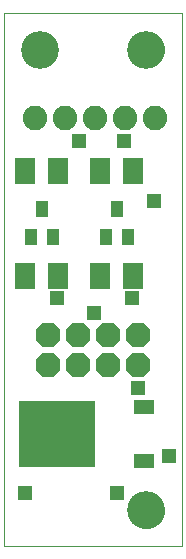
<source format=gts>
G75*
%MOIN*%
%OFA0B0*%
%FSLAX25Y25*%
%IPPOS*%
%LPD*%
%AMOC8*
5,1,8,0,0,1.08239X$1,22.5*
%
%ADD10C,0.00000*%
%ADD11C,0.12611*%
%ADD12OC8,0.08200*%
%ADD13C,0.08200*%
%ADD14R,0.04343X0.05524*%
%ADD15R,0.07099X0.08674*%
%ADD16R,0.07099X0.04737*%
%ADD17R,0.25209X0.22060*%
%ADD18R,0.04762X0.04762*%
D10*
X0001800Y0010051D02*
X0001800Y0187591D01*
X0060855Y0187591D01*
X0060855Y0010051D01*
X0001800Y0010051D01*
X0043138Y0021862D02*
X0043140Y0022015D01*
X0043146Y0022169D01*
X0043156Y0022322D01*
X0043170Y0022474D01*
X0043188Y0022627D01*
X0043210Y0022778D01*
X0043235Y0022929D01*
X0043265Y0023080D01*
X0043299Y0023230D01*
X0043336Y0023378D01*
X0043377Y0023526D01*
X0043422Y0023672D01*
X0043471Y0023818D01*
X0043524Y0023962D01*
X0043580Y0024104D01*
X0043640Y0024245D01*
X0043704Y0024385D01*
X0043771Y0024523D01*
X0043842Y0024659D01*
X0043917Y0024793D01*
X0043994Y0024925D01*
X0044076Y0025055D01*
X0044160Y0025183D01*
X0044248Y0025309D01*
X0044339Y0025432D01*
X0044433Y0025553D01*
X0044531Y0025671D01*
X0044631Y0025787D01*
X0044735Y0025900D01*
X0044841Y0026011D01*
X0044950Y0026119D01*
X0045062Y0026224D01*
X0045176Y0026325D01*
X0045294Y0026424D01*
X0045413Y0026520D01*
X0045535Y0026613D01*
X0045660Y0026702D01*
X0045787Y0026789D01*
X0045916Y0026871D01*
X0046047Y0026951D01*
X0046180Y0027027D01*
X0046315Y0027100D01*
X0046452Y0027169D01*
X0046591Y0027234D01*
X0046731Y0027296D01*
X0046873Y0027354D01*
X0047016Y0027409D01*
X0047161Y0027460D01*
X0047307Y0027507D01*
X0047454Y0027550D01*
X0047602Y0027589D01*
X0047751Y0027625D01*
X0047901Y0027656D01*
X0048052Y0027684D01*
X0048203Y0027708D01*
X0048356Y0027728D01*
X0048508Y0027744D01*
X0048661Y0027756D01*
X0048814Y0027764D01*
X0048967Y0027768D01*
X0049121Y0027768D01*
X0049274Y0027764D01*
X0049427Y0027756D01*
X0049580Y0027744D01*
X0049732Y0027728D01*
X0049885Y0027708D01*
X0050036Y0027684D01*
X0050187Y0027656D01*
X0050337Y0027625D01*
X0050486Y0027589D01*
X0050634Y0027550D01*
X0050781Y0027507D01*
X0050927Y0027460D01*
X0051072Y0027409D01*
X0051215Y0027354D01*
X0051357Y0027296D01*
X0051497Y0027234D01*
X0051636Y0027169D01*
X0051773Y0027100D01*
X0051908Y0027027D01*
X0052041Y0026951D01*
X0052172Y0026871D01*
X0052301Y0026789D01*
X0052428Y0026702D01*
X0052553Y0026613D01*
X0052675Y0026520D01*
X0052794Y0026424D01*
X0052912Y0026325D01*
X0053026Y0026224D01*
X0053138Y0026119D01*
X0053247Y0026011D01*
X0053353Y0025900D01*
X0053457Y0025787D01*
X0053557Y0025671D01*
X0053655Y0025553D01*
X0053749Y0025432D01*
X0053840Y0025309D01*
X0053928Y0025183D01*
X0054012Y0025055D01*
X0054094Y0024925D01*
X0054171Y0024793D01*
X0054246Y0024659D01*
X0054317Y0024523D01*
X0054384Y0024385D01*
X0054448Y0024245D01*
X0054508Y0024104D01*
X0054564Y0023962D01*
X0054617Y0023818D01*
X0054666Y0023672D01*
X0054711Y0023526D01*
X0054752Y0023378D01*
X0054789Y0023230D01*
X0054823Y0023080D01*
X0054853Y0022929D01*
X0054878Y0022778D01*
X0054900Y0022627D01*
X0054918Y0022474D01*
X0054932Y0022322D01*
X0054942Y0022169D01*
X0054948Y0022015D01*
X0054950Y0021862D01*
X0054948Y0021709D01*
X0054942Y0021555D01*
X0054932Y0021402D01*
X0054918Y0021250D01*
X0054900Y0021097D01*
X0054878Y0020946D01*
X0054853Y0020795D01*
X0054823Y0020644D01*
X0054789Y0020494D01*
X0054752Y0020346D01*
X0054711Y0020198D01*
X0054666Y0020052D01*
X0054617Y0019906D01*
X0054564Y0019762D01*
X0054508Y0019620D01*
X0054448Y0019479D01*
X0054384Y0019339D01*
X0054317Y0019201D01*
X0054246Y0019065D01*
X0054171Y0018931D01*
X0054094Y0018799D01*
X0054012Y0018669D01*
X0053928Y0018541D01*
X0053840Y0018415D01*
X0053749Y0018292D01*
X0053655Y0018171D01*
X0053557Y0018053D01*
X0053457Y0017937D01*
X0053353Y0017824D01*
X0053247Y0017713D01*
X0053138Y0017605D01*
X0053026Y0017500D01*
X0052912Y0017399D01*
X0052794Y0017300D01*
X0052675Y0017204D01*
X0052553Y0017111D01*
X0052428Y0017022D01*
X0052301Y0016935D01*
X0052172Y0016853D01*
X0052041Y0016773D01*
X0051908Y0016697D01*
X0051773Y0016624D01*
X0051636Y0016555D01*
X0051497Y0016490D01*
X0051357Y0016428D01*
X0051215Y0016370D01*
X0051072Y0016315D01*
X0050927Y0016264D01*
X0050781Y0016217D01*
X0050634Y0016174D01*
X0050486Y0016135D01*
X0050337Y0016099D01*
X0050187Y0016068D01*
X0050036Y0016040D01*
X0049885Y0016016D01*
X0049732Y0015996D01*
X0049580Y0015980D01*
X0049427Y0015968D01*
X0049274Y0015960D01*
X0049121Y0015956D01*
X0048967Y0015956D01*
X0048814Y0015960D01*
X0048661Y0015968D01*
X0048508Y0015980D01*
X0048356Y0015996D01*
X0048203Y0016016D01*
X0048052Y0016040D01*
X0047901Y0016068D01*
X0047751Y0016099D01*
X0047602Y0016135D01*
X0047454Y0016174D01*
X0047307Y0016217D01*
X0047161Y0016264D01*
X0047016Y0016315D01*
X0046873Y0016370D01*
X0046731Y0016428D01*
X0046591Y0016490D01*
X0046452Y0016555D01*
X0046315Y0016624D01*
X0046180Y0016697D01*
X0046047Y0016773D01*
X0045916Y0016853D01*
X0045787Y0016935D01*
X0045660Y0017022D01*
X0045535Y0017111D01*
X0045413Y0017204D01*
X0045294Y0017300D01*
X0045176Y0017399D01*
X0045062Y0017500D01*
X0044950Y0017605D01*
X0044841Y0017713D01*
X0044735Y0017824D01*
X0044631Y0017937D01*
X0044531Y0018053D01*
X0044433Y0018171D01*
X0044339Y0018292D01*
X0044248Y0018415D01*
X0044160Y0018541D01*
X0044076Y0018669D01*
X0043994Y0018799D01*
X0043917Y0018931D01*
X0043842Y0019065D01*
X0043771Y0019201D01*
X0043704Y0019339D01*
X0043640Y0019479D01*
X0043580Y0019620D01*
X0043524Y0019762D01*
X0043471Y0019906D01*
X0043422Y0020052D01*
X0043377Y0020198D01*
X0043336Y0020346D01*
X0043299Y0020494D01*
X0043265Y0020644D01*
X0043235Y0020795D01*
X0043210Y0020946D01*
X0043188Y0021097D01*
X0043170Y0021250D01*
X0043156Y0021402D01*
X0043146Y0021555D01*
X0043140Y0021709D01*
X0043138Y0021862D01*
X0043138Y0175406D02*
X0043140Y0175559D01*
X0043146Y0175713D01*
X0043156Y0175866D01*
X0043170Y0176018D01*
X0043188Y0176171D01*
X0043210Y0176322D01*
X0043235Y0176473D01*
X0043265Y0176624D01*
X0043299Y0176774D01*
X0043336Y0176922D01*
X0043377Y0177070D01*
X0043422Y0177216D01*
X0043471Y0177362D01*
X0043524Y0177506D01*
X0043580Y0177648D01*
X0043640Y0177789D01*
X0043704Y0177929D01*
X0043771Y0178067D01*
X0043842Y0178203D01*
X0043917Y0178337D01*
X0043994Y0178469D01*
X0044076Y0178599D01*
X0044160Y0178727D01*
X0044248Y0178853D01*
X0044339Y0178976D01*
X0044433Y0179097D01*
X0044531Y0179215D01*
X0044631Y0179331D01*
X0044735Y0179444D01*
X0044841Y0179555D01*
X0044950Y0179663D01*
X0045062Y0179768D01*
X0045176Y0179869D01*
X0045294Y0179968D01*
X0045413Y0180064D01*
X0045535Y0180157D01*
X0045660Y0180246D01*
X0045787Y0180333D01*
X0045916Y0180415D01*
X0046047Y0180495D01*
X0046180Y0180571D01*
X0046315Y0180644D01*
X0046452Y0180713D01*
X0046591Y0180778D01*
X0046731Y0180840D01*
X0046873Y0180898D01*
X0047016Y0180953D01*
X0047161Y0181004D01*
X0047307Y0181051D01*
X0047454Y0181094D01*
X0047602Y0181133D01*
X0047751Y0181169D01*
X0047901Y0181200D01*
X0048052Y0181228D01*
X0048203Y0181252D01*
X0048356Y0181272D01*
X0048508Y0181288D01*
X0048661Y0181300D01*
X0048814Y0181308D01*
X0048967Y0181312D01*
X0049121Y0181312D01*
X0049274Y0181308D01*
X0049427Y0181300D01*
X0049580Y0181288D01*
X0049732Y0181272D01*
X0049885Y0181252D01*
X0050036Y0181228D01*
X0050187Y0181200D01*
X0050337Y0181169D01*
X0050486Y0181133D01*
X0050634Y0181094D01*
X0050781Y0181051D01*
X0050927Y0181004D01*
X0051072Y0180953D01*
X0051215Y0180898D01*
X0051357Y0180840D01*
X0051497Y0180778D01*
X0051636Y0180713D01*
X0051773Y0180644D01*
X0051908Y0180571D01*
X0052041Y0180495D01*
X0052172Y0180415D01*
X0052301Y0180333D01*
X0052428Y0180246D01*
X0052553Y0180157D01*
X0052675Y0180064D01*
X0052794Y0179968D01*
X0052912Y0179869D01*
X0053026Y0179768D01*
X0053138Y0179663D01*
X0053247Y0179555D01*
X0053353Y0179444D01*
X0053457Y0179331D01*
X0053557Y0179215D01*
X0053655Y0179097D01*
X0053749Y0178976D01*
X0053840Y0178853D01*
X0053928Y0178727D01*
X0054012Y0178599D01*
X0054094Y0178469D01*
X0054171Y0178337D01*
X0054246Y0178203D01*
X0054317Y0178067D01*
X0054384Y0177929D01*
X0054448Y0177789D01*
X0054508Y0177648D01*
X0054564Y0177506D01*
X0054617Y0177362D01*
X0054666Y0177216D01*
X0054711Y0177070D01*
X0054752Y0176922D01*
X0054789Y0176774D01*
X0054823Y0176624D01*
X0054853Y0176473D01*
X0054878Y0176322D01*
X0054900Y0176171D01*
X0054918Y0176018D01*
X0054932Y0175866D01*
X0054942Y0175713D01*
X0054948Y0175559D01*
X0054950Y0175406D01*
X0054948Y0175253D01*
X0054942Y0175099D01*
X0054932Y0174946D01*
X0054918Y0174794D01*
X0054900Y0174641D01*
X0054878Y0174490D01*
X0054853Y0174339D01*
X0054823Y0174188D01*
X0054789Y0174038D01*
X0054752Y0173890D01*
X0054711Y0173742D01*
X0054666Y0173596D01*
X0054617Y0173450D01*
X0054564Y0173306D01*
X0054508Y0173164D01*
X0054448Y0173023D01*
X0054384Y0172883D01*
X0054317Y0172745D01*
X0054246Y0172609D01*
X0054171Y0172475D01*
X0054094Y0172343D01*
X0054012Y0172213D01*
X0053928Y0172085D01*
X0053840Y0171959D01*
X0053749Y0171836D01*
X0053655Y0171715D01*
X0053557Y0171597D01*
X0053457Y0171481D01*
X0053353Y0171368D01*
X0053247Y0171257D01*
X0053138Y0171149D01*
X0053026Y0171044D01*
X0052912Y0170943D01*
X0052794Y0170844D01*
X0052675Y0170748D01*
X0052553Y0170655D01*
X0052428Y0170566D01*
X0052301Y0170479D01*
X0052172Y0170397D01*
X0052041Y0170317D01*
X0051908Y0170241D01*
X0051773Y0170168D01*
X0051636Y0170099D01*
X0051497Y0170034D01*
X0051357Y0169972D01*
X0051215Y0169914D01*
X0051072Y0169859D01*
X0050927Y0169808D01*
X0050781Y0169761D01*
X0050634Y0169718D01*
X0050486Y0169679D01*
X0050337Y0169643D01*
X0050187Y0169612D01*
X0050036Y0169584D01*
X0049885Y0169560D01*
X0049732Y0169540D01*
X0049580Y0169524D01*
X0049427Y0169512D01*
X0049274Y0169504D01*
X0049121Y0169500D01*
X0048967Y0169500D01*
X0048814Y0169504D01*
X0048661Y0169512D01*
X0048508Y0169524D01*
X0048356Y0169540D01*
X0048203Y0169560D01*
X0048052Y0169584D01*
X0047901Y0169612D01*
X0047751Y0169643D01*
X0047602Y0169679D01*
X0047454Y0169718D01*
X0047307Y0169761D01*
X0047161Y0169808D01*
X0047016Y0169859D01*
X0046873Y0169914D01*
X0046731Y0169972D01*
X0046591Y0170034D01*
X0046452Y0170099D01*
X0046315Y0170168D01*
X0046180Y0170241D01*
X0046047Y0170317D01*
X0045916Y0170397D01*
X0045787Y0170479D01*
X0045660Y0170566D01*
X0045535Y0170655D01*
X0045413Y0170748D01*
X0045294Y0170844D01*
X0045176Y0170943D01*
X0045062Y0171044D01*
X0044950Y0171149D01*
X0044841Y0171257D01*
X0044735Y0171368D01*
X0044631Y0171481D01*
X0044531Y0171597D01*
X0044433Y0171715D01*
X0044339Y0171836D01*
X0044248Y0171959D01*
X0044160Y0172085D01*
X0044076Y0172213D01*
X0043994Y0172343D01*
X0043917Y0172475D01*
X0043842Y0172609D01*
X0043771Y0172745D01*
X0043704Y0172883D01*
X0043640Y0173023D01*
X0043580Y0173164D01*
X0043524Y0173306D01*
X0043471Y0173450D01*
X0043422Y0173596D01*
X0043377Y0173742D01*
X0043336Y0173890D01*
X0043299Y0174038D01*
X0043265Y0174188D01*
X0043235Y0174339D01*
X0043210Y0174490D01*
X0043188Y0174641D01*
X0043170Y0174794D01*
X0043156Y0174946D01*
X0043146Y0175099D01*
X0043140Y0175253D01*
X0043138Y0175406D01*
X0007705Y0175406D02*
X0007707Y0175559D01*
X0007713Y0175713D01*
X0007723Y0175866D01*
X0007737Y0176018D01*
X0007755Y0176171D01*
X0007777Y0176322D01*
X0007802Y0176473D01*
X0007832Y0176624D01*
X0007866Y0176774D01*
X0007903Y0176922D01*
X0007944Y0177070D01*
X0007989Y0177216D01*
X0008038Y0177362D01*
X0008091Y0177506D01*
X0008147Y0177648D01*
X0008207Y0177789D01*
X0008271Y0177929D01*
X0008338Y0178067D01*
X0008409Y0178203D01*
X0008484Y0178337D01*
X0008561Y0178469D01*
X0008643Y0178599D01*
X0008727Y0178727D01*
X0008815Y0178853D01*
X0008906Y0178976D01*
X0009000Y0179097D01*
X0009098Y0179215D01*
X0009198Y0179331D01*
X0009302Y0179444D01*
X0009408Y0179555D01*
X0009517Y0179663D01*
X0009629Y0179768D01*
X0009743Y0179869D01*
X0009861Y0179968D01*
X0009980Y0180064D01*
X0010102Y0180157D01*
X0010227Y0180246D01*
X0010354Y0180333D01*
X0010483Y0180415D01*
X0010614Y0180495D01*
X0010747Y0180571D01*
X0010882Y0180644D01*
X0011019Y0180713D01*
X0011158Y0180778D01*
X0011298Y0180840D01*
X0011440Y0180898D01*
X0011583Y0180953D01*
X0011728Y0181004D01*
X0011874Y0181051D01*
X0012021Y0181094D01*
X0012169Y0181133D01*
X0012318Y0181169D01*
X0012468Y0181200D01*
X0012619Y0181228D01*
X0012770Y0181252D01*
X0012923Y0181272D01*
X0013075Y0181288D01*
X0013228Y0181300D01*
X0013381Y0181308D01*
X0013534Y0181312D01*
X0013688Y0181312D01*
X0013841Y0181308D01*
X0013994Y0181300D01*
X0014147Y0181288D01*
X0014299Y0181272D01*
X0014452Y0181252D01*
X0014603Y0181228D01*
X0014754Y0181200D01*
X0014904Y0181169D01*
X0015053Y0181133D01*
X0015201Y0181094D01*
X0015348Y0181051D01*
X0015494Y0181004D01*
X0015639Y0180953D01*
X0015782Y0180898D01*
X0015924Y0180840D01*
X0016064Y0180778D01*
X0016203Y0180713D01*
X0016340Y0180644D01*
X0016475Y0180571D01*
X0016608Y0180495D01*
X0016739Y0180415D01*
X0016868Y0180333D01*
X0016995Y0180246D01*
X0017120Y0180157D01*
X0017242Y0180064D01*
X0017361Y0179968D01*
X0017479Y0179869D01*
X0017593Y0179768D01*
X0017705Y0179663D01*
X0017814Y0179555D01*
X0017920Y0179444D01*
X0018024Y0179331D01*
X0018124Y0179215D01*
X0018222Y0179097D01*
X0018316Y0178976D01*
X0018407Y0178853D01*
X0018495Y0178727D01*
X0018579Y0178599D01*
X0018661Y0178469D01*
X0018738Y0178337D01*
X0018813Y0178203D01*
X0018884Y0178067D01*
X0018951Y0177929D01*
X0019015Y0177789D01*
X0019075Y0177648D01*
X0019131Y0177506D01*
X0019184Y0177362D01*
X0019233Y0177216D01*
X0019278Y0177070D01*
X0019319Y0176922D01*
X0019356Y0176774D01*
X0019390Y0176624D01*
X0019420Y0176473D01*
X0019445Y0176322D01*
X0019467Y0176171D01*
X0019485Y0176018D01*
X0019499Y0175866D01*
X0019509Y0175713D01*
X0019515Y0175559D01*
X0019517Y0175406D01*
X0019515Y0175253D01*
X0019509Y0175099D01*
X0019499Y0174946D01*
X0019485Y0174794D01*
X0019467Y0174641D01*
X0019445Y0174490D01*
X0019420Y0174339D01*
X0019390Y0174188D01*
X0019356Y0174038D01*
X0019319Y0173890D01*
X0019278Y0173742D01*
X0019233Y0173596D01*
X0019184Y0173450D01*
X0019131Y0173306D01*
X0019075Y0173164D01*
X0019015Y0173023D01*
X0018951Y0172883D01*
X0018884Y0172745D01*
X0018813Y0172609D01*
X0018738Y0172475D01*
X0018661Y0172343D01*
X0018579Y0172213D01*
X0018495Y0172085D01*
X0018407Y0171959D01*
X0018316Y0171836D01*
X0018222Y0171715D01*
X0018124Y0171597D01*
X0018024Y0171481D01*
X0017920Y0171368D01*
X0017814Y0171257D01*
X0017705Y0171149D01*
X0017593Y0171044D01*
X0017479Y0170943D01*
X0017361Y0170844D01*
X0017242Y0170748D01*
X0017120Y0170655D01*
X0016995Y0170566D01*
X0016868Y0170479D01*
X0016739Y0170397D01*
X0016608Y0170317D01*
X0016475Y0170241D01*
X0016340Y0170168D01*
X0016203Y0170099D01*
X0016064Y0170034D01*
X0015924Y0169972D01*
X0015782Y0169914D01*
X0015639Y0169859D01*
X0015494Y0169808D01*
X0015348Y0169761D01*
X0015201Y0169718D01*
X0015053Y0169679D01*
X0014904Y0169643D01*
X0014754Y0169612D01*
X0014603Y0169584D01*
X0014452Y0169560D01*
X0014299Y0169540D01*
X0014147Y0169524D01*
X0013994Y0169512D01*
X0013841Y0169504D01*
X0013688Y0169500D01*
X0013534Y0169500D01*
X0013381Y0169504D01*
X0013228Y0169512D01*
X0013075Y0169524D01*
X0012923Y0169540D01*
X0012770Y0169560D01*
X0012619Y0169584D01*
X0012468Y0169612D01*
X0012318Y0169643D01*
X0012169Y0169679D01*
X0012021Y0169718D01*
X0011874Y0169761D01*
X0011728Y0169808D01*
X0011583Y0169859D01*
X0011440Y0169914D01*
X0011298Y0169972D01*
X0011158Y0170034D01*
X0011019Y0170099D01*
X0010882Y0170168D01*
X0010747Y0170241D01*
X0010614Y0170317D01*
X0010483Y0170397D01*
X0010354Y0170479D01*
X0010227Y0170566D01*
X0010102Y0170655D01*
X0009980Y0170748D01*
X0009861Y0170844D01*
X0009743Y0170943D01*
X0009629Y0171044D01*
X0009517Y0171149D01*
X0009408Y0171257D01*
X0009302Y0171368D01*
X0009198Y0171481D01*
X0009098Y0171597D01*
X0009000Y0171715D01*
X0008906Y0171836D01*
X0008815Y0171959D01*
X0008727Y0172085D01*
X0008643Y0172213D01*
X0008561Y0172343D01*
X0008484Y0172475D01*
X0008409Y0172609D01*
X0008338Y0172745D01*
X0008271Y0172883D01*
X0008207Y0173023D01*
X0008147Y0173164D01*
X0008091Y0173306D01*
X0008038Y0173450D01*
X0007989Y0173596D01*
X0007944Y0173742D01*
X0007903Y0173890D01*
X0007866Y0174038D01*
X0007832Y0174188D01*
X0007802Y0174339D01*
X0007777Y0174490D01*
X0007755Y0174641D01*
X0007737Y0174794D01*
X0007723Y0174946D01*
X0007713Y0175099D01*
X0007707Y0175253D01*
X0007705Y0175406D01*
D11*
X0013611Y0175406D03*
X0049044Y0175406D03*
X0049044Y0021862D03*
D12*
X0046406Y0070169D03*
X0046406Y0080169D03*
X0036406Y0080169D03*
X0036406Y0070169D03*
X0026406Y0070169D03*
X0026406Y0080169D03*
X0016406Y0080169D03*
X0016406Y0070169D03*
D13*
X0012036Y0152551D03*
X0022036Y0152551D03*
X0032036Y0152551D03*
X0042036Y0152551D03*
X0052036Y0152551D03*
D14*
X0039300Y0122276D03*
X0035560Y0112827D03*
X0043040Y0112827D03*
X0018040Y0112827D03*
X0014300Y0122276D03*
X0010560Y0112827D03*
D15*
X0008788Y0100051D03*
X0019812Y0100051D03*
X0019812Y0135051D03*
X0008788Y0135051D03*
X0033788Y0135051D03*
X0044812Y0135051D03*
X0044812Y0100051D03*
X0033788Y0100051D03*
D16*
X0048198Y0056213D03*
X0048198Y0038260D03*
D17*
X0019457Y0047236D03*
D18*
X0008552Y0027551D03*
X0019300Y0092551D03*
X0031800Y0087551D03*
X0044300Y0092551D03*
X0046406Y0062551D03*
X0056800Y0040051D03*
X0039300Y0027551D03*
X0051800Y0125051D03*
X0041800Y0145051D03*
X0026800Y0145051D03*
M02*

</source>
